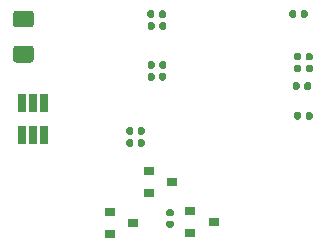
<source format=gbr>
%TF.GenerationSoftware,KiCad,Pcbnew,(5.1.6)-1*%
%TF.CreationDate,2020-10-15T17:46:37+08:00*%
%TF.ProjectId,Music_Player,4d757369-635f-4506-9c61-7965722e6b69,rev?*%
%TF.SameCoordinates,Original*%
%TF.FileFunction,Paste,Bot*%
%TF.FilePolarity,Positive*%
%FSLAX46Y46*%
G04 Gerber Fmt 4.6, Leading zero omitted, Abs format (unit mm)*
G04 Created by KiCad (PCBNEW (5.1.6)-1) date 2020-10-15 17:46:37*
%MOMM*%
%LPD*%
G01*
G04 APERTURE LIST*
%ADD10R,0.650000X1.560000*%
%ADD11R,0.900000X0.800000*%
G04 APERTURE END LIST*
D10*
%TO.C,U6*%
X12000000Y-20850000D03*
X11050000Y-20850000D03*
X12950000Y-20850000D03*
X12950000Y-18150000D03*
X12000000Y-18150000D03*
X11050000Y-18150000D03*
%TD*%
D11*
%TO.C,U1*%
X20500000Y-28300000D03*
X18500000Y-27350000D03*
X18500000Y-29250000D03*
%TD*%
%TO.C,R4*%
G36*
G01*
X35105000Y-15372500D02*
X35105000Y-15027500D01*
G75*
G02*
X35252500Y-14880000I147500J0D01*
G01*
X35547500Y-14880000D01*
G75*
G02*
X35695000Y-15027500I0J-147500D01*
G01*
X35695000Y-15372500D01*
G75*
G02*
X35547500Y-15520000I-147500J0D01*
G01*
X35252500Y-15520000D01*
G75*
G02*
X35105000Y-15372500I0J147500D01*
G01*
G37*
G36*
G01*
X34135000Y-15372500D02*
X34135000Y-15027500D01*
G75*
G02*
X34282500Y-14880000I147500J0D01*
G01*
X34577500Y-14880000D01*
G75*
G02*
X34725000Y-15027500I0J-147500D01*
G01*
X34725000Y-15372500D01*
G75*
G02*
X34577500Y-15520000I-147500J0D01*
G01*
X34282500Y-15520000D01*
G75*
G02*
X34135000Y-15372500I0J147500D01*
G01*
G37*
%TD*%
%TO.C,R3*%
G36*
G01*
X34710000Y-14027500D02*
X34710000Y-14372500D01*
G75*
G02*
X34562500Y-14520000I-147500J0D01*
G01*
X34267500Y-14520000D01*
G75*
G02*
X34120000Y-14372500I0J147500D01*
G01*
X34120000Y-14027500D01*
G75*
G02*
X34267500Y-13880000I147500J0D01*
G01*
X34562500Y-13880000D01*
G75*
G02*
X34710000Y-14027500I0J-147500D01*
G01*
G37*
G36*
G01*
X35680000Y-14027500D02*
X35680000Y-14372500D01*
G75*
G02*
X35532500Y-14520000I-147500J0D01*
G01*
X35237500Y-14520000D01*
G75*
G02*
X35090000Y-14372500I0J147500D01*
G01*
X35090000Y-14027500D01*
G75*
G02*
X35237500Y-13880000I147500J0D01*
G01*
X35532500Y-13880000D01*
G75*
G02*
X35680000Y-14027500I0J-147500D01*
G01*
G37*
%TD*%
%TO.C,R2*%
G36*
G01*
X35090000Y-19372500D02*
X35090000Y-19027500D01*
G75*
G02*
X35237500Y-18880000I147500J0D01*
G01*
X35532500Y-18880000D01*
G75*
G02*
X35680000Y-19027500I0J-147500D01*
G01*
X35680000Y-19372500D01*
G75*
G02*
X35532500Y-19520000I-147500J0D01*
G01*
X35237500Y-19520000D01*
G75*
G02*
X35090000Y-19372500I0J147500D01*
G01*
G37*
G36*
G01*
X34120000Y-19372500D02*
X34120000Y-19027500D01*
G75*
G02*
X34267500Y-18880000I147500J0D01*
G01*
X34562500Y-18880000D01*
G75*
G02*
X34710000Y-19027500I0J-147500D01*
G01*
X34710000Y-19372500D01*
G75*
G02*
X34562500Y-19520000I-147500J0D01*
G01*
X34267500Y-19520000D01*
G75*
G02*
X34120000Y-19372500I0J147500D01*
G01*
G37*
%TD*%
%TO.C,R1*%
G36*
G01*
X34975000Y-16872500D02*
X34975000Y-16527500D01*
G75*
G02*
X35122500Y-16380000I147500J0D01*
G01*
X35417500Y-16380000D01*
G75*
G02*
X35565000Y-16527500I0J-147500D01*
G01*
X35565000Y-16872500D01*
G75*
G02*
X35417500Y-17020000I-147500J0D01*
G01*
X35122500Y-17020000D01*
G75*
G02*
X34975000Y-16872500I0J147500D01*
G01*
G37*
G36*
G01*
X34005000Y-16872500D02*
X34005000Y-16527500D01*
G75*
G02*
X34152500Y-16380000I147500J0D01*
G01*
X34447500Y-16380000D01*
G75*
G02*
X34595000Y-16527500I0J-147500D01*
G01*
X34595000Y-16872500D01*
G75*
G02*
X34447500Y-17020000I-147500J0D01*
G01*
X34152500Y-17020000D01*
G75*
G02*
X34005000Y-16872500I0J147500D01*
G01*
G37*
%TD*%
%TO.C,Q2*%
X23800000Y-24800000D03*
X21800000Y-23850000D03*
X21800000Y-25750000D03*
%TD*%
%TO.C,Q1*%
X27300000Y-28200000D03*
X25300000Y-27250000D03*
X25300000Y-29150000D03*
%TD*%
%TO.C,D8*%
G36*
G01*
X20890000Y-21672500D02*
X20890000Y-21327500D01*
G75*
G02*
X21037500Y-21180000I147500J0D01*
G01*
X21332500Y-21180000D01*
G75*
G02*
X21480000Y-21327500I0J-147500D01*
G01*
X21480000Y-21672500D01*
G75*
G02*
X21332500Y-21820000I-147500J0D01*
G01*
X21037500Y-21820000D01*
G75*
G02*
X20890000Y-21672500I0J147500D01*
G01*
G37*
G36*
G01*
X19920000Y-21672500D02*
X19920000Y-21327500D01*
G75*
G02*
X20067500Y-21180000I147500J0D01*
G01*
X20362500Y-21180000D01*
G75*
G02*
X20510000Y-21327500I0J-147500D01*
G01*
X20510000Y-21672500D01*
G75*
G02*
X20362500Y-21820000I-147500J0D01*
G01*
X20067500Y-21820000D01*
G75*
G02*
X19920000Y-21672500I0J147500D01*
G01*
G37*
%TD*%
%TO.C,D7*%
G36*
G01*
X20510000Y-20327500D02*
X20510000Y-20672500D01*
G75*
G02*
X20362500Y-20820000I-147500J0D01*
G01*
X20067500Y-20820000D01*
G75*
G02*
X19920000Y-20672500I0J147500D01*
G01*
X19920000Y-20327500D01*
G75*
G02*
X20067500Y-20180000I147500J0D01*
G01*
X20362500Y-20180000D01*
G75*
G02*
X20510000Y-20327500I0J-147500D01*
G01*
G37*
G36*
G01*
X21480000Y-20327500D02*
X21480000Y-20672500D01*
G75*
G02*
X21332500Y-20820000I-147500J0D01*
G01*
X21037500Y-20820000D01*
G75*
G02*
X20890000Y-20672500I0J147500D01*
G01*
X20890000Y-20327500D01*
G75*
G02*
X21037500Y-20180000I147500J0D01*
G01*
X21332500Y-20180000D01*
G75*
G02*
X21480000Y-20327500I0J-147500D01*
G01*
G37*
%TD*%
%TO.C,D1*%
G36*
G01*
X34675000Y-10772500D02*
X34675000Y-10427500D01*
G75*
G02*
X34822500Y-10280000I147500J0D01*
G01*
X35117500Y-10280000D01*
G75*
G02*
X35265000Y-10427500I0J-147500D01*
G01*
X35265000Y-10772500D01*
G75*
G02*
X35117500Y-10920000I-147500J0D01*
G01*
X34822500Y-10920000D01*
G75*
G02*
X34675000Y-10772500I0J147500D01*
G01*
G37*
G36*
G01*
X33705000Y-10772500D02*
X33705000Y-10427500D01*
G75*
G02*
X33852500Y-10280000I147500J0D01*
G01*
X34147500Y-10280000D01*
G75*
G02*
X34295000Y-10427500I0J-147500D01*
G01*
X34295000Y-10772500D01*
G75*
G02*
X34147500Y-10920000I-147500J0D01*
G01*
X33852500Y-10920000D01*
G75*
G02*
X33705000Y-10772500I0J147500D01*
G01*
G37*
%TD*%
%TO.C,C11*%
G36*
G01*
X11825000Y-11725000D02*
X10575000Y-11725000D01*
G75*
G02*
X10325000Y-11475000I0J250000D01*
G01*
X10325000Y-10550000D01*
G75*
G02*
X10575000Y-10300000I250000J0D01*
G01*
X11825000Y-10300000D01*
G75*
G02*
X12075000Y-10550000I0J-250000D01*
G01*
X12075000Y-11475000D01*
G75*
G02*
X11825000Y-11725000I-250000J0D01*
G01*
G37*
G36*
G01*
X11825000Y-14700000D02*
X10575000Y-14700000D01*
G75*
G02*
X10325000Y-14450000I0J250000D01*
G01*
X10325000Y-13525000D01*
G75*
G02*
X10575000Y-13275000I250000J0D01*
G01*
X11825000Y-13275000D01*
G75*
G02*
X12075000Y-13525000I0J-250000D01*
G01*
X12075000Y-14450000D01*
G75*
G02*
X11825000Y-14700000I-250000J0D01*
G01*
G37*
%TD*%
%TO.C,C10*%
G36*
G01*
X22705000Y-11772500D02*
X22705000Y-11427500D01*
G75*
G02*
X22852500Y-11280000I147500J0D01*
G01*
X23147500Y-11280000D01*
G75*
G02*
X23295000Y-11427500I0J-147500D01*
G01*
X23295000Y-11772500D01*
G75*
G02*
X23147500Y-11920000I-147500J0D01*
G01*
X22852500Y-11920000D01*
G75*
G02*
X22705000Y-11772500I0J147500D01*
G01*
G37*
G36*
G01*
X21735000Y-11772500D02*
X21735000Y-11427500D01*
G75*
G02*
X21882500Y-11280000I147500J0D01*
G01*
X22177500Y-11280000D01*
G75*
G02*
X22325000Y-11427500I0J-147500D01*
G01*
X22325000Y-11772500D01*
G75*
G02*
X22177500Y-11920000I-147500J0D01*
G01*
X21882500Y-11920000D01*
G75*
G02*
X21735000Y-11772500I0J147500D01*
G01*
G37*
%TD*%
%TO.C,C9*%
G36*
G01*
X22675000Y-10772500D02*
X22675000Y-10427500D01*
G75*
G02*
X22822500Y-10280000I147500J0D01*
G01*
X23117500Y-10280000D01*
G75*
G02*
X23265000Y-10427500I0J-147500D01*
G01*
X23265000Y-10772500D01*
G75*
G02*
X23117500Y-10920000I-147500J0D01*
G01*
X22822500Y-10920000D01*
G75*
G02*
X22675000Y-10772500I0J147500D01*
G01*
G37*
G36*
G01*
X21705000Y-10772500D02*
X21705000Y-10427500D01*
G75*
G02*
X21852500Y-10280000I147500J0D01*
G01*
X22147500Y-10280000D01*
G75*
G02*
X22295000Y-10427500I0J-147500D01*
G01*
X22295000Y-10772500D01*
G75*
G02*
X22147500Y-10920000I-147500J0D01*
G01*
X21852500Y-10920000D01*
G75*
G02*
X21705000Y-10772500I0J147500D01*
G01*
G37*
%TD*%
%TO.C,C6*%
G36*
G01*
X22690000Y-16072500D02*
X22690000Y-15727500D01*
G75*
G02*
X22837500Y-15580000I147500J0D01*
G01*
X23132500Y-15580000D01*
G75*
G02*
X23280000Y-15727500I0J-147500D01*
G01*
X23280000Y-16072500D01*
G75*
G02*
X23132500Y-16220000I-147500J0D01*
G01*
X22837500Y-16220000D01*
G75*
G02*
X22690000Y-16072500I0J147500D01*
G01*
G37*
G36*
G01*
X21720000Y-16072500D02*
X21720000Y-15727500D01*
G75*
G02*
X21867500Y-15580000I147500J0D01*
G01*
X22162500Y-15580000D01*
G75*
G02*
X22310000Y-15727500I0J-147500D01*
G01*
X22310000Y-16072500D01*
G75*
G02*
X22162500Y-16220000I-147500J0D01*
G01*
X21867500Y-16220000D01*
G75*
G02*
X21720000Y-16072500I0J147500D01*
G01*
G37*
%TD*%
%TO.C,C5*%
G36*
G01*
X22690000Y-15072500D02*
X22690000Y-14727500D01*
G75*
G02*
X22837500Y-14580000I147500J0D01*
G01*
X23132500Y-14580000D01*
G75*
G02*
X23280000Y-14727500I0J-147500D01*
G01*
X23280000Y-15072500D01*
G75*
G02*
X23132500Y-15220000I-147500J0D01*
G01*
X22837500Y-15220000D01*
G75*
G02*
X22690000Y-15072500I0J147500D01*
G01*
G37*
G36*
G01*
X21720000Y-15072500D02*
X21720000Y-14727500D01*
G75*
G02*
X21867500Y-14580000I147500J0D01*
G01*
X22162500Y-14580000D01*
G75*
G02*
X22310000Y-14727500I0J-147500D01*
G01*
X22310000Y-15072500D01*
G75*
G02*
X22162500Y-15220000I-147500J0D01*
G01*
X21867500Y-15220000D01*
G75*
G02*
X21720000Y-15072500I0J147500D01*
G01*
G37*
%TD*%
%TO.C,C1*%
G36*
G01*
X23772500Y-27710000D02*
X23427500Y-27710000D01*
G75*
G02*
X23280000Y-27562500I0J147500D01*
G01*
X23280000Y-27267500D01*
G75*
G02*
X23427500Y-27120000I147500J0D01*
G01*
X23772500Y-27120000D01*
G75*
G02*
X23920000Y-27267500I0J-147500D01*
G01*
X23920000Y-27562500D01*
G75*
G02*
X23772500Y-27710000I-147500J0D01*
G01*
G37*
G36*
G01*
X23772500Y-28680000D02*
X23427500Y-28680000D01*
G75*
G02*
X23280000Y-28532500I0J147500D01*
G01*
X23280000Y-28237500D01*
G75*
G02*
X23427500Y-28090000I147500J0D01*
G01*
X23772500Y-28090000D01*
G75*
G02*
X23920000Y-28237500I0J-147500D01*
G01*
X23920000Y-28532500D01*
G75*
G02*
X23772500Y-28680000I-147500J0D01*
G01*
G37*
%TD*%
M02*

</source>
